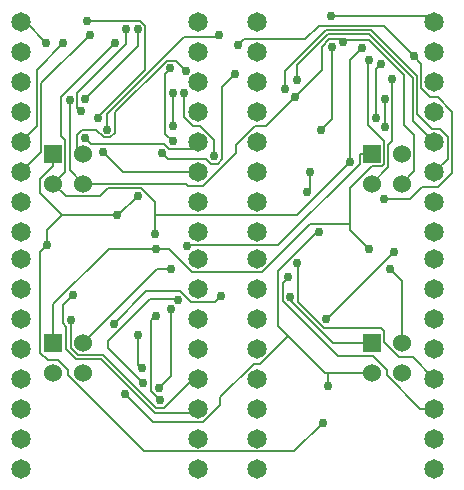
<source format=gbl>
G04 (created by PCBNEW (2013-mar-13)-testing) date Wed 23 Jul 2014 10:13:11 AM PDT*
%MOIN*%
G04 Gerber Fmt 3.4, Leading zero omitted, Abs format*
%FSLAX34Y34*%
G01*
G70*
G90*
G04 APERTURE LIST*
%ADD10C,0.005906*%
%ADD11C,0.065000*%
%ADD12R,0.060000X0.060000*%
%ADD13C,0.060000*%
%ADD14C,0.030000*%
%ADD15C,0.007000*%
G04 APERTURE END LIST*
G54D10*
G54D11*
X20669Y-20122D03*
X20669Y-21122D03*
X20669Y-22122D03*
X20669Y-23122D03*
X20669Y-24122D03*
X20669Y-25122D03*
X20669Y-26122D03*
X20669Y-27122D03*
X26574Y-27122D03*
X26574Y-26122D03*
X26574Y-25122D03*
X26574Y-24122D03*
X26574Y-23122D03*
X26574Y-22122D03*
X26574Y-21122D03*
X26574Y-20122D03*
X20669Y-27996D03*
X20669Y-28996D03*
X20669Y-29996D03*
X20669Y-30996D03*
X20669Y-31996D03*
X20669Y-32996D03*
X20669Y-33996D03*
X20669Y-34996D03*
X26574Y-34996D03*
X26574Y-33996D03*
X26574Y-32996D03*
X26574Y-31996D03*
X26574Y-30996D03*
X26574Y-29996D03*
X26574Y-28996D03*
X26574Y-27996D03*
X28543Y-20122D03*
X28543Y-21122D03*
X28543Y-22122D03*
X28543Y-23122D03*
X28543Y-24122D03*
X28543Y-25122D03*
X28543Y-26122D03*
X28543Y-27122D03*
X34448Y-27122D03*
X34448Y-26122D03*
X34448Y-25122D03*
X34448Y-24122D03*
X34448Y-23122D03*
X34448Y-22122D03*
X34448Y-21122D03*
X34448Y-20122D03*
X28543Y-27996D03*
X28543Y-28996D03*
X28543Y-29996D03*
X28543Y-30996D03*
X28543Y-31996D03*
X28543Y-32996D03*
X28543Y-33996D03*
X28543Y-34996D03*
X34448Y-34996D03*
X34448Y-33996D03*
X34448Y-32996D03*
X34448Y-31996D03*
X34448Y-30996D03*
X34448Y-29996D03*
X34448Y-28996D03*
X34448Y-27996D03*
G54D12*
X21744Y-24500D03*
G54D13*
X21744Y-25500D03*
X22744Y-24500D03*
X22744Y-25500D03*
G54D12*
X21744Y-30799D03*
G54D13*
X21744Y-31799D03*
X22744Y-30799D03*
X22744Y-31799D03*
G54D12*
X32374Y-24500D03*
G54D13*
X32374Y-25500D03*
X33374Y-24500D03*
X33374Y-25500D03*
G54D12*
X32374Y-30799D03*
G54D13*
X32374Y-31799D03*
X33374Y-30799D03*
X33374Y-31799D03*
G54D14*
X30314Y-25098D03*
X30216Y-25787D03*
X23879Y-26550D03*
X24560Y-25900D03*
X21548Y-27560D03*
X30736Y-33464D03*
X21503Y-20798D03*
X22810Y-23972D03*
X22332Y-30052D03*
X29876Y-22057D03*
X29883Y-28154D03*
X23408Y-24447D03*
X22425Y-29198D03*
X29486Y-22330D03*
X29585Y-28618D03*
X25738Y-22491D03*
X25738Y-23589D03*
X24744Y-32145D03*
X25905Y-29370D03*
X26121Y-22474D03*
X27124Y-24571D03*
X26173Y-21733D03*
X25672Y-28346D03*
X33035Y-22014D03*
X32967Y-28346D03*
X32270Y-27679D03*
X25176Y-27667D03*
X25731Y-24088D03*
X25644Y-21654D03*
X32283Y-21376D03*
X26217Y-27575D03*
X33783Y-21260D03*
X27924Y-20870D03*
X32764Y-26024D03*
X31407Y-20776D03*
X29802Y-22602D03*
X22299Y-22716D03*
X29656Y-29276D03*
X24567Y-20358D03*
X22810Y-22682D03*
X24189Y-20334D03*
X22666Y-23083D03*
X22868Y-20078D03*
X23250Y-23302D03*
X27278Y-20534D03*
X23545Y-23699D03*
X27339Y-29260D03*
X23760Y-30182D03*
X31045Y-20942D03*
X30684Y-23704D03*
X33117Y-27779D03*
X30842Y-30011D03*
X27801Y-21850D03*
X25364Y-24475D03*
X25314Y-32712D03*
X25171Y-29894D03*
X32663Y-21512D03*
X32503Y-23308D03*
X25269Y-32304D03*
X25663Y-29664D03*
X32797Y-23601D03*
X32797Y-22668D03*
X25143Y-27173D03*
X23820Y-20818D03*
X31645Y-24789D03*
X32050Y-20984D03*
X24586Y-30531D03*
X24704Y-31653D03*
X24144Y-32496D03*
X30616Y-27125D03*
X30917Y-32260D03*
X30997Y-19916D03*
X22088Y-20813D03*
X22959Y-20538D03*
G54D15*
X30314Y-25688D02*
X30314Y-25098D01*
X30216Y-25787D02*
X30314Y-25688D01*
X21744Y-24500D02*
X21744Y-24905D01*
X23910Y-26550D02*
X24560Y-25900D01*
X23879Y-26550D02*
X23910Y-26550D01*
X22046Y-26550D02*
X23879Y-26550D01*
X21320Y-25825D02*
X22046Y-26550D01*
X21320Y-25328D02*
X21320Y-25825D01*
X21744Y-24905D02*
X21320Y-25328D01*
X21548Y-27048D02*
X21548Y-27560D01*
X22046Y-26550D02*
X21548Y-27048D01*
X29774Y-34426D02*
X30736Y-33464D01*
X24790Y-34426D02*
X29774Y-34426D01*
X22244Y-31880D02*
X24790Y-34426D01*
X22244Y-31725D02*
X22244Y-31880D01*
X21895Y-31376D02*
X22244Y-31725D01*
X21568Y-31376D02*
X21895Y-31376D01*
X21323Y-31131D02*
X21568Y-31376D01*
X21323Y-27786D02*
X21323Y-31131D01*
X21548Y-27560D02*
X21323Y-27786D01*
X20827Y-20122D02*
X20669Y-20122D01*
X21503Y-20798D02*
X20827Y-20122D01*
X23013Y-24176D02*
X22810Y-23972D01*
X25426Y-24176D02*
X23013Y-24176D01*
X25593Y-24343D02*
X25426Y-24176D01*
X26353Y-24343D02*
X25593Y-24343D01*
X26574Y-24122D02*
X26353Y-24343D01*
X22332Y-30963D02*
X22332Y-30052D01*
X22577Y-31208D02*
X22332Y-30963D01*
X23415Y-31208D02*
X22577Y-31208D01*
X25176Y-32969D02*
X23415Y-31208D01*
X25429Y-32969D02*
X25176Y-32969D01*
X26403Y-31996D02*
X25429Y-32969D01*
X26574Y-31996D02*
X26403Y-31996D01*
X29876Y-21553D02*
X29876Y-22057D01*
X30908Y-20521D02*
X29876Y-21553D01*
X32285Y-20521D02*
X30908Y-20521D01*
X33738Y-21973D02*
X32285Y-20521D01*
X33738Y-23411D02*
X33738Y-21973D01*
X34448Y-24122D02*
X33738Y-23411D01*
X29911Y-28183D02*
X29883Y-28154D01*
X29911Y-29445D02*
X29911Y-28183D01*
X30784Y-30318D02*
X29911Y-29445D01*
X32677Y-30318D02*
X30784Y-30318D01*
X32779Y-30420D02*
X32677Y-30318D01*
X32779Y-30788D02*
X32779Y-30420D01*
X33269Y-31279D02*
X32779Y-30788D01*
X33732Y-31279D02*
X33269Y-31279D01*
X34448Y-31996D02*
X33732Y-31279D01*
X24083Y-25122D02*
X23408Y-24447D01*
X26574Y-25122D02*
X24083Y-25122D01*
X22077Y-29546D02*
X22425Y-29198D01*
X22077Y-30158D02*
X22077Y-29546D01*
X22182Y-30264D02*
X22077Y-30158D01*
X22182Y-31012D02*
X22182Y-30264D01*
X22519Y-31348D02*
X22182Y-31012D01*
X23357Y-31348D02*
X22519Y-31348D01*
X25144Y-33136D02*
X23357Y-31348D01*
X26434Y-33136D02*
X25144Y-33136D01*
X26574Y-32996D02*
X26434Y-33136D01*
X29486Y-21742D02*
X29486Y-22330D01*
X30847Y-20381D02*
X29486Y-21742D01*
X32347Y-20381D02*
X30847Y-20381D01*
X33878Y-21912D02*
X32347Y-20381D01*
X33878Y-23173D02*
X33878Y-21912D01*
X34377Y-23671D02*
X33878Y-23173D01*
X34633Y-23671D02*
X34377Y-23671D01*
X34894Y-23932D02*
X34633Y-23671D01*
X34894Y-24676D02*
X34894Y-23932D01*
X34448Y-25122D02*
X34894Y-24676D01*
X33978Y-32996D02*
X34448Y-32996D01*
X32874Y-31891D02*
X33978Y-32996D01*
X32874Y-31725D02*
X32874Y-31891D01*
X32397Y-31249D02*
X32874Y-31725D01*
X31233Y-31249D02*
X32397Y-31249D01*
X29401Y-29417D02*
X31233Y-31249D01*
X29401Y-28802D02*
X29401Y-29417D01*
X29585Y-28618D02*
X29401Y-28802D01*
X25738Y-22491D02*
X25738Y-23589D01*
X23562Y-30964D02*
X24744Y-32145D01*
X23562Y-30748D02*
X23562Y-30964D01*
X24960Y-29350D02*
X23562Y-30748D01*
X25885Y-29350D02*
X24960Y-29350D01*
X25905Y-29370D02*
X25885Y-29350D01*
X27124Y-24045D02*
X27124Y-24571D01*
X26651Y-23572D02*
X27124Y-24045D01*
X26400Y-23572D02*
X26651Y-23572D01*
X26121Y-23293D02*
X26400Y-23572D01*
X26121Y-22474D02*
X26121Y-23293D01*
X22547Y-24303D02*
X22744Y-24500D01*
X22547Y-23872D02*
X22547Y-24303D01*
X22712Y-23707D02*
X22547Y-23872D01*
X23185Y-23707D02*
X22712Y-23707D01*
X23432Y-23954D02*
X23185Y-23707D01*
X23657Y-23954D02*
X23432Y-23954D01*
X23814Y-23798D02*
X23657Y-23954D01*
X23814Y-23124D02*
X23814Y-23798D01*
X25540Y-21398D02*
X23814Y-23124D01*
X25838Y-21398D02*
X25540Y-21398D01*
X26173Y-21733D02*
X25838Y-21398D01*
X25672Y-28346D02*
X25672Y-28346D01*
X25196Y-28346D02*
X25672Y-28346D01*
X22744Y-30799D02*
X25196Y-28346D01*
X33055Y-22034D02*
X33035Y-22014D01*
X33055Y-24091D02*
X33055Y-22034D01*
X32924Y-24223D02*
X33055Y-24091D01*
X32924Y-24949D02*
X32924Y-24223D01*
X32374Y-25500D02*
X32924Y-24949D01*
X33374Y-28753D02*
X32967Y-28346D01*
X33374Y-30799D02*
X33374Y-28753D01*
X25470Y-21828D02*
X25644Y-21654D01*
X25470Y-23827D02*
X25470Y-21828D01*
X25731Y-24088D02*
X25470Y-23827D01*
X21744Y-29519D02*
X21744Y-30799D01*
X23595Y-27667D02*
X21744Y-29519D01*
X25176Y-27667D02*
X23595Y-27667D01*
X32239Y-21420D02*
X32283Y-21376D01*
X32239Y-23548D02*
X32239Y-21420D01*
X32781Y-24090D02*
X32239Y-23548D01*
X32781Y-24841D02*
X32781Y-24090D01*
X32717Y-24905D02*
X32781Y-24841D01*
X32368Y-24905D02*
X32717Y-24905D01*
X31643Y-25630D02*
X32368Y-24905D01*
X31643Y-26849D02*
X31643Y-25630D01*
X30297Y-26849D02*
X31643Y-26849D01*
X28708Y-28439D02*
X30297Y-26849D01*
X26384Y-28439D02*
X28708Y-28439D01*
X25613Y-27667D02*
X26384Y-28439D01*
X25176Y-27667D02*
X25613Y-27667D01*
X31643Y-27051D02*
X32270Y-27679D01*
X31643Y-26849D02*
X31643Y-27051D01*
X32374Y-24500D02*
X31968Y-24500D01*
X34018Y-21495D02*
X33783Y-21260D01*
X34018Y-22315D02*
X34018Y-21495D01*
X34324Y-22622D02*
X34018Y-22315D01*
X34561Y-22622D02*
X34324Y-22622D01*
X35034Y-23095D02*
X34561Y-22622D01*
X35034Y-25149D02*
X35034Y-23095D01*
X34562Y-25622D02*
X35034Y-25149D01*
X34058Y-25622D02*
X34562Y-25622D01*
X33656Y-26024D02*
X34058Y-25622D01*
X32764Y-26024D02*
X33656Y-26024D01*
X31968Y-24827D02*
X31968Y-24500D01*
X29235Y-27560D02*
X31968Y-24827D01*
X26232Y-27560D02*
X29235Y-27560D01*
X26217Y-27575D02*
X26232Y-27560D01*
X28107Y-20686D02*
X27924Y-20870D01*
X30148Y-20686D02*
X28107Y-20686D01*
X30593Y-20241D02*
X30148Y-20686D01*
X32763Y-20241D02*
X30593Y-20241D01*
X33783Y-21260D02*
X32763Y-20241D01*
X28832Y-23572D02*
X29802Y-22602D01*
X28484Y-23572D02*
X28832Y-23572D01*
X27839Y-24217D02*
X28484Y-23572D01*
X27839Y-24470D02*
X27839Y-24217D01*
X26743Y-25566D02*
X27839Y-24470D01*
X26249Y-25566D02*
X26743Y-25566D01*
X26182Y-25500D02*
X26249Y-25566D01*
X22744Y-25500D02*
X26182Y-25500D01*
X31318Y-20687D02*
X31407Y-20776D01*
X30940Y-20687D02*
X31318Y-20687D01*
X30699Y-20928D02*
X30940Y-20687D01*
X30699Y-21705D02*
X30699Y-20928D01*
X29802Y-22602D02*
X30699Y-21705D01*
X22299Y-25055D02*
X22299Y-22716D01*
X22744Y-25500D02*
X22299Y-25055D01*
X33792Y-25081D02*
X33374Y-25500D01*
X33792Y-23889D02*
X33792Y-25081D01*
X33430Y-23527D02*
X33792Y-23889D01*
X33430Y-21873D02*
X33430Y-23527D01*
X32270Y-20713D02*
X33430Y-21873D01*
X31471Y-20713D02*
X32270Y-20713D01*
X31407Y-20776D02*
X31471Y-20713D01*
X31067Y-30799D02*
X32374Y-30799D01*
X29656Y-29388D02*
X31067Y-30799D01*
X29656Y-29276D02*
X29656Y-29388D01*
X24567Y-20924D02*
X22810Y-22682D01*
X24567Y-20358D02*
X24567Y-20924D01*
X22555Y-22972D02*
X22666Y-23083D01*
X22555Y-22477D02*
X22555Y-22972D01*
X24189Y-20842D02*
X22555Y-22477D01*
X24189Y-20334D02*
X24189Y-20842D01*
X24648Y-20078D02*
X22868Y-20078D01*
X24822Y-20252D02*
X24648Y-20078D01*
X24822Y-21694D02*
X24822Y-20252D01*
X23250Y-23266D02*
X24822Y-21694D01*
X23250Y-23302D02*
X23250Y-23266D01*
X27192Y-20620D02*
X27278Y-20534D01*
X26116Y-20620D02*
X27192Y-20620D01*
X23545Y-23191D02*
X26116Y-20620D01*
X23545Y-23699D02*
X23545Y-23191D01*
X24858Y-29084D02*
X23760Y-30182D01*
X25989Y-29084D02*
X24858Y-29084D01*
X26349Y-29443D02*
X25989Y-29084D01*
X27155Y-29443D02*
X26349Y-29443D01*
X27339Y-29260D02*
X27155Y-29443D01*
X31045Y-23342D02*
X30684Y-23704D01*
X31045Y-20942D02*
X31045Y-23342D01*
X30885Y-30011D02*
X30842Y-30011D01*
X33117Y-27779D02*
X30885Y-30011D01*
X25581Y-24691D02*
X25364Y-24475D01*
X26846Y-24691D02*
X25581Y-24691D01*
X26993Y-24839D02*
X26846Y-24691D01*
X27239Y-24839D02*
X26993Y-24839D01*
X27386Y-24692D02*
X27239Y-24839D01*
X27386Y-22264D02*
X27386Y-24692D01*
X27801Y-21850D02*
X27386Y-22264D01*
X25008Y-30058D02*
X25171Y-29894D01*
X25008Y-32405D02*
X25008Y-30058D01*
X25314Y-32712D02*
X25008Y-32405D01*
X32503Y-21671D02*
X32503Y-23308D01*
X32663Y-21512D02*
X32503Y-21671D01*
X25663Y-31909D02*
X25663Y-29664D01*
X25269Y-32304D02*
X25663Y-31909D01*
X32797Y-22668D02*
X32797Y-23601D01*
X22149Y-25094D02*
X21744Y-25500D01*
X22149Y-24032D02*
X22149Y-25094D01*
X22025Y-23908D02*
X22149Y-24032D01*
X22025Y-22614D02*
X22025Y-23908D01*
X23820Y-20818D02*
X22025Y-22614D01*
X25143Y-27173D02*
X25143Y-26559D01*
X22167Y-25923D02*
X21744Y-25500D01*
X23299Y-25923D02*
X22167Y-25923D01*
X23580Y-25642D02*
X23299Y-25923D01*
X24662Y-25642D02*
X23580Y-25642D01*
X25143Y-26123D02*
X24662Y-25642D01*
X25143Y-26559D02*
X25143Y-26123D01*
X29875Y-26559D02*
X31645Y-24789D01*
X25143Y-26559D02*
X29875Y-26559D01*
X31645Y-21389D02*
X32050Y-20984D01*
X31645Y-24789D02*
X31645Y-21389D01*
X24586Y-31535D02*
X24586Y-30531D01*
X24704Y-31653D02*
X24586Y-31535D01*
X30616Y-27125D02*
X30551Y-27125D01*
X30551Y-27125D02*
X29252Y-28424D01*
X29252Y-28424D02*
X29252Y-30240D01*
X29252Y-30240D02*
X29583Y-30571D01*
X25089Y-33442D02*
X24144Y-32496D01*
X26745Y-33442D02*
X25089Y-33442D01*
X27304Y-32882D02*
X26745Y-33442D01*
X27304Y-32626D02*
X27304Y-32882D01*
X28434Y-31496D02*
X27304Y-32626D01*
X28658Y-31496D02*
X28434Y-31496D01*
X29583Y-30571D02*
X28658Y-31496D01*
X30917Y-31799D02*
X30917Y-32260D01*
X32374Y-31799D02*
X30917Y-31799D01*
X30811Y-31799D02*
X29583Y-30571D01*
X30917Y-31799D02*
X30811Y-31799D01*
X34242Y-19916D02*
X30997Y-19916D01*
X34448Y-20122D02*
X34242Y-19916D01*
X21198Y-21703D02*
X22088Y-20813D01*
X21198Y-23592D02*
X21198Y-21703D01*
X20669Y-24122D02*
X21198Y-23592D01*
X21338Y-24452D02*
X20669Y-25122D01*
X21338Y-22159D02*
X21338Y-24452D01*
X22959Y-20538D02*
X21338Y-22159D01*
M02*

</source>
